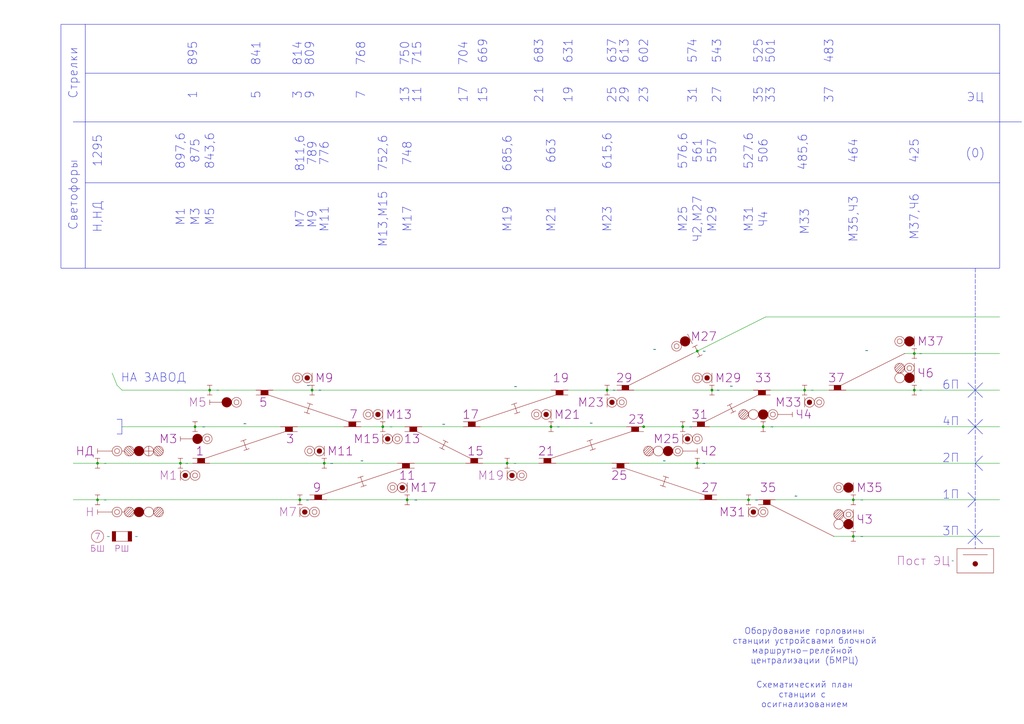
<source format=kicad_sch>
(kicad_sch (version 20250114) (generator "eeschema") (generator_version "9.0")
  (paper "A3")
  (title_block (company "АТ-451") (comment 1 "КП27.02.03.10.000 ГЧ") (comment 2 "Михайлов А.К.") (comment 3 "Ворона В.К."))
  (lib_symbols
    (symbol "SCB:Входной" (pin_numbers (hide yes)) (pin_names (offset 0) (hide yes)) (exclude_from_sim yes) (in_bom no) (on_board no)
      (property "Литера" "?" (at 1 0 0))
      (property "ДвухнитеваяК" "2" (at -17 3.5 0))
      (property "ДвухнитеваяЖ" "2" (at -25 3.5 0))
      (property "Двухнитевая2Ж" "2" (at -13 3.5 0))
      (property "ДвухнитеваяЗ" "2" (at -21 3.5 0))
      (property "ДвухнитеваяБ" "2" (at -8 3.5 0))
      (symbol "Входной_0_1"
        (circle (center -21 0) (radius 2))
        (polyline (pts (xy 0 0) (xy -6 0)))
        (polyline (pts (xy 0 -1) (xy 0 1)))
      )
      (symbol "Входной_1_1"
        (unit_name "Без заглушек")
        (polyline (pts (xy -25 2) (xy -27 0)))
        (circle (center -25 0) (radius 2))
        (polyline (pts (xy -24.1875 1.8125) (xy -26.8125 -0.8125)))
        (polyline (pts (xy -23.625 1.375) (xy -26.375 -1.375)))
        (polyline (pts (xy -23.1875 0.8125) (xy -25.8125 -1.8125)))
        (polyline (pts (xy -23 0) (xy -25 -2)))
        (circle (center -17 0) (radius 2) (fill (type outline)))
        (polyline (pts (xy -13 2) (xy -15 0)))
        (circle (center -13 0) (radius 2))
        (polyline (pts (xy -12.1875 1.8125) (xy -14.8125 -0.8125)))
        (polyline (pts (xy -11.625 1.375) (xy -14.375 -1.375)))
        (polyline (pts (xy -11.1875 0.8125) (xy -13.8125 -1.8125)))
        (polyline (pts (xy -11 0) (xy -13 -2)))
        (polyline (pts (xy -10 0) (xy -11 0)))
        (circle (center -8 0) (radius 1))
        (circle (center -8 0) (radius 2))
      )
      (symbol "Входной_2_1"
        (unit_name "Заглушка З")
        (polyline (pts (xy -25 2) (xy -27 0)))
        (circle (center -25 0) (radius 2))
        (polyline (pts (xy -24.1875 1.8125) (xy -26.8125 -0.8125)))
        (polyline (pts (xy -23.625 1.375) (xy -26.375 -1.375)))
        (polyline (pts (xy -23.1875 0.8125) (xy -25.8125 -1.8125)))
        (polyline (pts (xy -23 0) (xy -25 -2)))
        (polyline (pts (xy -21 2) (xy -21 -2)))
        (polyline (pts (xy -19 0) (xy -23 0)))
        (circle (center -17 0) (radius 2) (fill (type outline)))
        (polyline (pts (xy -13 2) (xy -15 0)))
        (circle (center -13 0) (radius 2))
        (polyline (pts (xy -12.1875 1.8125) (xy -14.8125 -0.8125)))
        (polyline (pts (xy -11.625 1.375) (xy -14.375 -1.375)))
        (polyline (pts (xy -11.1875 0.8125) (xy -13.8125 -1.8125)))
        (polyline (pts (xy -11 0) (xy -13 -2)))
        (polyline (pts (xy -10 0) (xy -11 0)))
        (circle (center -8 0) (radius 1))
        (circle (center -8 0) (radius 2))
      )
      (symbol "Входной_3_1"
        (unit_name "Заглушка ЗБ")
        (polyline (pts (xy -25 2) (xy -27 0)))
        (circle (center -25 0) (radius 2))
        (polyline (pts (xy -24.1875 1.8125) (xy -26.8125 -0.8125)))
        (polyline (pts (xy -23.625 1.375) (xy -26.375 -1.375)))
        (polyline (pts (xy -23.1875 0.8125) (xy -25.8125 -1.8125)))
        (polyline (pts (xy -23 0) (xy -25 -2)))
        (polyline (pts (xy -23 0) (xy -19 0)))
        (polyline (pts (xy -21 2) (xy -21 -2)))
        (circle (center -17 0) (radius 2) (fill (type outline)))
        (polyline (pts (xy -13 2) (xy -15 0)))
        (circle (center -13 0) (radius 2))
        (polyline (pts (xy -12.1875 1.8125) (xy -14.8125 -0.8125)))
        (polyline (pts (xy -11.625 1.375) (xy -14.375 -1.375)))
        (polyline (pts (xy -11.1875 0.8125) (xy -13.8125 -1.8125)))
        (polyline (pts (xy -11 0) (xy -13 -2)))
        (polyline (pts (xy -10 0) (xy -11 0)))
        (polyline (pts (xy -8 2) (xy -8 -2)))
        (circle (center -8 0) (radius 1))
        (circle (center -8 0) (radius 2))
        (polyline (pts (xy -6 0) (xy -10 0)))
      )
    )
    (symbol "SCB:Выходной" (pin_numbers (hide yes)) (pin_names (offset 0) (hide yes))
      (property "Литера" "?" (at 1 0 0))
      (property "ДвухнитеваяК" "2" (at -12 3.5 0))
      (property "ДвухнитеваяЖ" "2" (at -20 3.5 0))
      (property "ДвухнитеваяЗ" "2" (at -16 3.5 0))
      (property "ДвухнитеваяБ" "2" (at -8 3.5 0))
      (symbol "Выходной_0_1"
        (circle (center -16 0) (radius 2))
        (polyline (pts (xy 0 0) (xy -6 0)))
        (polyline (pts (xy 0 -1) (xy 0 1)))
      )
      (symbol "Выходной_1_1"
        (unit_name "Без заглушек")
        (polyline (pts (xy -20 2) (xy -22 0)))
        (circle (center -20 0) (radius 2))
        (polyline (pts (xy -19.1875 1.8125) (xy -21.8125 -0.8125)))
        (polyline (pts (xy -18.625 1.375) (xy -21.375 -1.375)))
        (polyline (pts (xy -18.1875 0.8125) (xy -20.8125 -1.8125)))
        (polyline (pts (xy -18 0) (xy -20 -2)))
        (circle (center -12 0) (radius 2) (fill (type outline)))
        (circle (center -8 0) (radius 1))
        (circle (center -8 0) (radius 2))
      )
    )
    (symbol "SCB:Выходной_к" (pin_numbers (hide yes)) (pin_names (offset 0) (hide yes))
      (property "Литера" "?" (at 1 0 0))
      (property "ДвухнитеваяК" "2" (at -2 -5.5 0))
      (property "ДвухнитеваяЖ" "2" (at -6 -5.5 0))
      (property "ДвухнитеваяЗ" "2" (at -6 5.5 0))
      (property "ДвухнитеваяБ" "2" (at -2 5.5 0))
      (symbol "Выходной_к_0_1"
        (circle (center -6 -2) (radius 2))
        (polyline (pts (xy 0 4) (xy 0 -4)))
      )
      (symbol "Выходной_к_1_1"
        (unit_name "Без заглушек")
        (polyline (pts (xy -6 4) (xy -8 2)))
        (circle (center -6 2) (radius 2))
        (polyline (pts (xy -5.1875 3.8125) (xy -7.8125 1.1875)))
        (polyline (pts (xy -4.625 3.375) (xy -7.375 0.625)))
        (polyline (pts (xy -4.1875 2.8125) (xy -6.8125 0.1875)))
        (polyline (pts (xy -4 2) (xy -6 0)))
        (circle (center -2 2) (radius 1))
        (circle (center -2 2) (radius 2))
        (circle (center -2 -2) (radius 2) (fill (type outline)))
      )
    )
    (symbol "SCB:Изостык" (pin_numbers (hide yes)) (pin_names (offset 0) (hide yes))
      (symbol "Изостык_0_1"
        (polyline (pts (xy -1 -2) (xy 1 -2)))
        (polyline (pts (xy 0 -2) (xy 0 2)))
        (polyline (pts (xy 1 2) (xy -1 2)))
      )
      (symbol "Изостык_1_1"
        (unit_name "Одиночный")
        (pin unspecified line (at 0 0 90) (length 0) (name "привязка") (number ""))
      )
      (symbol "Изостык_2_1"
        (unit_name "Со светофором")
        (polyline (pts (xy -5 0) (xy 5 0)))
        (pin unspecified line (at -5 0 0) (length 0) (name "привязка") (number ""))
        (pin unspecified line (at 5 0 180) (length 0) (name "") (number ""))
      )
    )
    (symbol "SCB:Маневровый" (pin_numbers (hide yes)) (pin_names (offset 0) (hide yes))
      (property "Литера" "?" (at 1 0 0))
      (symbol "Маневровый_0_1"
        (circle (center -11 0) (radius 1))
        (circle (center -11 0) (radius 2))
        (polyline (pts (xy 0 0) (xy -5 0)))
        (polyline (pts (xy 0 -1) (xy 0 1)))
      )
      (symbol "Маневровый_1_1"
        (unit_name "Красный")
        (circle (center -7 0) (radius 2) (fill (type outline)))
      )
      (symbol "Маневровый_2_1"
        (unit_name "Синий")
        (circle (center -7 0) (radius 1) (fill (type outline)))
        (circle (center -7 0) (radius 2))
      )
    )
    (symbol "SCB:Маневровый_к" (pin_numbers (hide yes)) (pin_names (offset 0) (hide yes))
      (property "Литера" "?" (at 1 0 0))
      (symbol "Маневровый_к_0_1"
        (circle (center -6 0) (radius 1))
        (circle (center -6 0) (radius 2))
        (polyline (pts (xy 0 -2) (xy 0 2)))
      )
      (symbol "Маневровый_к_1_1"
        (unit_name "Красный")
        (circle (center -2 0) (radius 2) (fill (type outline)))
      )
      (symbol "Маневровый_к_2_1"
        (unit_name "Синий")
        (circle (center -2 0) (radius 1) (fill (type outline)))
        (circle (center -2 0) (radius 2))
      )
    )
    (symbol "SCB:Пост_ЭЦ" (pin_numbers (hide yes)) (pin_names (offset 0) (hide yes))
      (property "Помещение" "Пост ЭЦ" (at 10 -5 0))
      (symbol "Пост_ЭЦ_0_1"
        (rectangle (start -7.5 0) (end 7.5 -10))
        (polyline (pts (xy -5 -2.5) (xy 5 -2.5)))
      )
      (symbol "Пост_ЭЦ_1_1"
        (circle (center 0 -6.25) (radius 1) (fill (type outline)))
      )
    )
    (symbol "SCB:Стрелка" (pin_numbers (hide yes)) (pin_names (offset 0) (hide yes))
      (property "Номер" "1" (at 6 7 0))
      (symbol "Стрелка_0_1"
        (polyline (pts (xy 0 2) (xy 5 2) (xy 31 15)))
        (pin unspecified line (at 0 0 0) (length 5) (name "~") (number "1"))
        (pin unspecified line (at 7 0 180) (length 2) (name "~") (number "3"))
        (pin unspecified line (at 31 15 180) (length 0) (name "") (number "2"))
      )
      (symbol "Стрелка_2_1"
        (unit_name "К. замок")
        (rectangle (start 0 6) (end 2 4))
        (polyline (pts (xy 2 0) (xy 2 4)))
      )
      (symbol "Стрелка_3_1"
        (unit_name "К. замки")
        (rectangle (start 0 6) (end 2 4))
        (rectangle (start 2 6) (end 4 4))
        (polyline (pts (xy 2 0) (xy 2 4)))
      )
      (symbol "Стрелка_4_1"
        (unit_name "Эл. замок")
        (polyline (pts (xy 2 6) (xy 2 0)))
        (circle (center 2 4) (radius 2))
      )
      (symbol "Стрелка_5_1"
        (unit_name "ЭЦ")
        (rectangle (start 2 2) (end 5 0) (stroke (width -0.0001)) (fill (type outline)))
      )
      (symbol "Стрелка_6_1"
        (unit_name "Изостык")
        (rectangle (start 2 2) (end 5 0) (stroke (width -0.0001)) (fill (type outline)))
        (polyline (pts (xy 19.25 11) (xy 17.25 10)))
        (polyline (pts (xy 19.75 7.5) (xy 18.25 10.5)))
        (polyline (pts (xy 20.75 8) (xy 18.75 7)))
      )
      (symbol "Стрелка_7_1"
        (unit_name "Негабарит")
        (rectangle (start 2 2) (end 5 0) (stroke (width -0.0001)) (fill (type outline)))
        (circle (center 19 9) (radius 3))
        (polyline (pts (xy 19.25 11) (xy 17.25 10)))
        (polyline (pts (xy 19.75 7.5) (xy 18.25 10.5)))
        (polyline (pts (xy 20.75 8) (xy 18.75 7)))
      )
    )
    (symbol "SCB:Стрелка_спаренная" (pin_numbers (hide yes)) (pin_names (offset 0) (hide yes))
      (property "Номер.стр.1" "1" (at 3 5 0))
      (property "Номер.стр.2" "3" (at 29 10 0))
      (symbol "Стрелка_спаренная_0_1"
        (polyline (pts (xy 0 2) (xy 5 2)))
        (polyline (pts (xy 5 2) (xy 27 13)))
        (polyline (pts (xy 16.25 9.5) (xy 14.25 8.5)))
        (polyline (pts (xy 16.75 6) (xy 15.25 9)))
        (polyline (pts (xy 17.75 6.5) (xy 15.75 5.5)))
        (polyline (pts (xy 27 13) (xy 32 13)))
        (pin unspecified line (at 0 0 0) (length 2) (name "~") (number "1"))
        (pin unspecified line (at 7 0 180) (length 2) (name "~") (number "1"))
        (pin unspecified line (at 25 15 0) (length 2) (name "~") (number "1"))
        (pin unspecified line (at 32 15 180) (length 2) (name "~") (number "1"))
      )
      (symbol "Стрелка_спаренная_1_1"
        (rectangle (start 2 2) (end 5 0) (fill (type outline)))
        (rectangle (start 27 15) (end 30 13) (fill (type outline)))
      )
    )
    (symbol "SCB:Стрелка_спаренная_15" (pin_numbers (hide yes)) (pin_names (offset 0) (hide yes))
      (property "Номер.стр.1" "1" (at 3 5 0))
      (property "Номер.стр.2" "3" (at 40 10 0))
      (symbol "Стрелка_спаренная_15_0_1"
        (polyline (pts (xy 0 2) (xy 5 2)))
        (polyline (pts (xy 5 2) (xy 38 13)))
        (polyline (pts (xy 22 9.75) (xy 19.75 9)))
        (polyline (pts (xy 22.125 5.625) (xy 20.875 9.375)))
        (polyline (pts (xy 23.25 6) (xy 21 5.25)))
        (polyline (pts (xy 38 13) (xy 43 13)))
        (pin unspecified line (at 0 0 0) (length 2) (name "~") (number "1"))
        (pin unspecified line (at 7 0 180) (length 2) (name "~") (number "1"))
        (pin unspecified line (at 36 15 0) (length 2) (name "~") (number "1"))
        (pin unspecified line (at 43 15 180) (length 2) (name "~") (number "1"))
      )
      (symbol "Стрелка_спаренная_15_1_1"
        (rectangle (start 2 2) (end 5 0) (fill (type outline)))
        (rectangle (start 38 15) (end 41 13) (fill (type outline)))
      )
    )
    (symbol "SCB:Шкаф_релейный"
      (property "Шкаф" "РШ" (at 0 5 0))
      (symbol "Шкаф_релейный_0_1"
        (rectangle (start -4 2) (end 4 -2))
      )
      (symbol "Шкаф_релейный_1_1"
        (unit_name "Наружной установки")
        (rectangle (start -4 2) (end -2.5 -2) (fill (type outline)))
        (rectangle (start 2.5 2) (end 4 -2) (fill (type outline)))
      )
      (symbol "Шкаф_релейный_2_1"
        (unit_name "С телефоном")
        (polyline (pts (xy -6 1.5) (xy -6 -1.5)))
        (rectangle (start -4 2) (end -2.5 -2) (fill (type outline)))
        (polyline (pts (xy -4 0) (xy -6 0)))
        (rectangle (start 2.5 2) (end 4 -2) (fill (type outline)))
      )
      (symbol "Шкаф_релейный_3_1"
        (unit_name "Туннельной установки")
        (polyline (pts (xy -4 -0.5) (xy -2.5 0.5)))
        (polyline (pts (xy -2.5 2) (xy -2.5 -2)))
        (polyline (pts (xy 2.5 2) (xy 2.5 -2)))
        (polyline (pts (xy 2.5 -0.5) (xy 4 0.5)))
      )
    )
    (symbol "SCB:Ящик_батарейный"
      (property "Элементы" "7" (at 0 0 0))
      (property "Шкаф" "БШ" (at 0 5 0))
      (symbol "Ящик_батарейный_0_1"
        (circle (center 0 0) (radius 2.5))
      )
      (symbol "Ящик_батарейный_1_1"
        (pin power_out line (at 0 -2.5 90) (length 0) (name "") (number ""))
      )
    )
    (symbol "Изостык_1" (pin_numbers (hide yes)) (pin_names (offset 0) (hide yes))
      (property "Value" "~" (at 2.86 0 0))
      (symbol "Изостык_1_0_1"
        (polyline (pts (xy 0 2.5) (xy -2 1.5)))
        (polyline (pts (xy 0 -2.5) (xy 2 -1.5)))
        (polyline (pts (xy 1 -2) (xy -1 2)))
      )
      (symbol "Изостык_1_1_1"
        (unit_name "Одиночный")
        (pin unspecified line (at 0 0 90) (length 0) (name "привязка") (number ""))
      )
      (symbol "Изостык_1_2_1"
        (unit_name "Со светофором")
        (polyline (pts (xy -5 0) (xy 5 0)))
        (pin unspecified line (at -5 0 0) (length 0) (name "привязка") (number ""))
        (pin unspecified line (at 5 0 180) (length 0) (name "") (number ""))
      )
    )
    (symbol "Маневровый_к_2" (pin_numbers (hide yes)) (pin_names (offset 0) (hide yes))
      (property "Литера" "М27" (at 0 2 0))
      (symbol "Маневровый_к_2_0_1"
        (circle (center -5.5 -2) (radius 1))
        (circle (center -5.5 -2) (radius 2))
        (polyline (pts (xy 1 -1) (xy -1 3)))
      )
      (symbol "Маневровый_к_2_1_1"
        (unit_name "Красный")
        (circle (center -2 0) (radius 2) (fill (type outline)))
      )
      (symbol "Маневровый_к_2_2_1"
        (unit_name "Синий")
        (circle (center -2 0) (radius 1) (fill (type outline)))
        (circle (center -2 0) (radius 2))
      )
    )
  )
  (rectangle (start 25 10) (end 410 110))
  (text "602" (at 264 21 90) (effects (font (size 3.5 3.5))))
  (text "М1" (at 74 89 90) (effects (font (size 3.5 3.5))))
  (text "527.6" (at 307 62 90) (effects (font (size 3.5 3.5))))
  (text "574" (at 284 21 90) (effects (font (size 3.5 3.5))))
  (text "М21" (at 226 90 90) (effects (font (size 3.5 3.5))))
  (text "501" (at 316 21 90) (effects (font (size 3.5 3.5))))
  (text "768" (at 148 22 90) (effects (font (size 3.5 3.5))))
  (text "27" (at 294 39 90) (effects (font (size 3.5 3.5))))
  (text "М23" (at 249 90 90) (effects (font (size 3.5 3.5))))
  (text "М3" (at 80 89 90) (effects (font (size 3.5 3.5))))
  (text "631" (at 233 21 90) (effects (font (size 3.5 3.5))))
  (text "2П" (at 390 188 0) (effects (font (size 3.5 3.5))))
  (text "13" (at 166 39 90) (effects (font (size 3.5 3.5))))
  (text "875" (at 80 62 90) (effects (font (size 3.5 3.5))))
  (text "ЭЦ" (at 400 40 0) (effects (font (size 3.5 3.5))))
  (text "895" (at 79 22 90) (effects (font (size 3.5 3.5))))
  (text "1295" (at 40 62 90) (effects (font (size 3.5 3.5))))
  (text "561" (at 286 62 90) (effects (font (size 3.5 3.5))))
  (text "21" (at 221 39 90) (effects (font (size 3.5 3.5))))
  (text "663" (at 226 62 90) (effects (font (size 3.5 3.5))))
  (text "Стрелки" (at 30 30 90) (effects (font (size 3.5 3.5))))
  (text "29" (at 256 39 90) (effects (font (size 3.5 3.5))))
  (text "525\n" (at 311 21 90) (effects (font (size 3.5 3.5))))
  (text "1" (at 79 39 90) (effects (font (size 3.5 3.5))))
  (text "715" (at 171 22 90) (effects (font (size 3.5 3.5))))
  (text "17" (at 190 39 90) (effects (font (size 3.5 3.5))))
  (text "685,6" (at 208 63 90) (effects (font (size 3.5 3.5))))
  (text "3" (at 122 39 90) (effects (font (size 3.5 3.5))))
  (text "811,6" (at 123 63 90) (effects (font (size 3.5 3.5))))
  (text "НА ЗАВОД" (at 63 155 0) (effects (font (size 3.5 3.5))))
  (text "Оборудование горловины\nстанции устройсвами блочной\nмаршрутно-релейной \nцентрализации (БМРЦ)" (at 330 265 0) (effects (font (size 2.5 2.5))))
  (text "483" (at 340 21 90) (effects (font (size 3.5 3.5))))
  (text "М33" (at 330 91 90) (effects (font (size 3.5 3.5))))
  (text "543" (at 294 21 90) (effects (font (size 3.5 3.5))))
  (text "669" (at 198 21 90) (effects (font (size 3.5 3.5))))
  (text "3П" (at 390 218 0) (effects (font (size 3.5 3.5))))
  (text "М31" (at 307 90 90) (effects (font (size 3.5 3.5))))
  (text "25" (at 251 39 90) (effects (font (size 3.5 3.5))))
  (text "7" (at 148 39 90) (effects (font (size 3.5 3.5))))
  (text "(0)" (at 400 63 0) (effects (font (size 3.5 3.5))))
  (text "11" (at 171 39 90) (effects (font (size 3.5 3.5))))
  (text "Н,НД" (at 40 89 90) (effects (font (size 3.5 3.5))))
  (text "Схематический план\nстанции с \nосигнализованием" (at 330 285 0) (effects (font (size 2.5 2.5))))
  (text "5" (at 105 39 90) (effects (font (size 3.5 3.5))))
  (text "19" (at 233 39 90) (effects (font (size 3.5 3.5))))
  (text "Ч2,М27" (at 286 90 90) (effects (font (size 3.5 3.5))))
  (text "557" (at 292 62 90) (effects (font (size 3.5 3.5))))
  (text "776" (at 133 63 90) (effects (font (size 3.5 3.5))))
  (text "809" (at 127 22 90) (effects (font (size 3.5 3.5))))
  (text "843,6" (at 86 62 90) (effects (font (size 3.5 3.5))))
  (text "789" (at 128 63 90) (effects (font (size 3.5 3.5))))
  (text "23" (at 264 39 90) (effects (font (size 3.5 3.5))))
  (text "М7" (at 123 90 90) (effects (font (size 3.5 3.5))))
  (text "37" (at 340 39 90) (effects (font (size 3.5 3.5))))
  (text "М25" (at 280 90 90) (effects (font (size 3.5 3.5))))
  (text "425" (at 375 62 90) (effects (font (size 3.5 3.5))))
  (text "35" (at 311 39 90) (effects (font (size 3.5 3.5))))
  (text "М37,Ч6" (at 375 89 90) (effects (font (size 3.5 3.5))))
  (text "33" (at 316 39 90) (effects (font (size 3.5 3.5))))
  (text "1П" (at 390 203 0) (effects (font (size 3.5 3.5))))
  (text "613" (at 256 21 90) (effects (font (size 3.5 3.5))))
  (text "М11" (at 133 90 90) (effects (font (size 3.5 3.5))))
  (text "М17" (at 167 90 90) (effects (font (size 3.5 3.5))))
  (text "637" (at 251 21 90) (effects (font (size 3.5 3.5))))
  (text "4П" (at 390 173 0) (effects (font (size 3.5 3.5))))
  (text "М35,Ч3" (at 350 90 90) (effects (font (size 3.5 3.5))))
  (text "485,6" (at 329.215 62.5 90) (effects (font (size 3.5 3.5))))
  (text "748" (at 167 63 90) (effects (font (size 3.5 3.5))))
  (text "704" (at 190 22 90) (effects (font (size 3.5 3.5))))
  (text "М5" (at 86 89 90) (effects (font (size 3.5 3.5))))
  (text "Светофоры" (at 30 80 90) (effects (font (size 3.5 3.5))))
  (text "752,6" (at 157 63 90) (effects (font (size 3.5 3.5))))
  (text "М29" (at 292 90 90) (effects (font (size 3.5 3.5))))
  (text "9" (at 127 39 90) (effects (font (size 3.5 3.5))))
  (text "Ч4" (at 313 90 90) (effects (font (size 3.5 3.5))))
  (text "750" (at 166 22 90) (effects (font (size 3.5 3.5))))
  (text "М13,М15" (at 157 90 90) (effects (font (size 3.5 3.5))))
  (text "М19" (at 208 90 90) (effects (font (size 3.5 3.5))))
  (text "814" (at 122 22 90) (effects (font (size 3.5 3.5))))
  (text "464" (at 350 62 90) (effects (font (size 3.5 3.5))))
  (text "683" (at 221 21 90) (effects (font (size 3.5 3.5))))
  (text "15" (at 198 39 90) (effects (font (size 3.5 3.5))))
  (text "6П" (at 390 158 0) (effects (font (size 3.5 3.5))))
  (text "31" (at 284 39 90) (effects (font (size 3.5 3.5))))
  (text "576,6" (at 280 62 90) (effects (font (size 3.5 3.5))))
  (text "897,6" (at 74 62 90) (effects (font (size 3.5 3.5))))
  (text "615,6" (at 249 62 90) (effects (font (size 3.5 3.5))))
  (text "841" (at 105 22 90) (effects (font (size 3.5 3.5))))
  (text "М9" (at 128 90 90) (effects (font (size 3.5 3.5))))
  (text "506" (at 313 62 90) (effects (font (size 3.5 3.5))))
  (junction (at 167 205))
  (junction (at 280 175))
  (junction (at 226 175))
  (junction (at 350 220))
  (junction (at 249 160))
  (junction (at 330 160))
  (junction (at 133 190))
  (junction (at 208 190))
  (junction (at 86 160))
  (junction (at 292 160))
  (junction (at 128 160))
  (junction (at 286 190))
  (junction (at 123 205))
  (junction (at 375 160))
  (junction (at 313 175))
  (junction (at 375 145))
  (junction (at 40 205))
  (junction (at 157 175))
  (junction (at 80 175))
  (junction (at 286 144))
  (junction (at 350 205))
  (junction (at 264 175))
  (junction (at 40 190))
  (junction (at 307 205))
  (junction (at 74 190))
  (wire (pts (xy 258 190) (xy 286 190)))
  (wire (pts (xy 112 160) (xy 128 160)))
  (wire (pts (xy 292 160) (xy 309 160)))
  (wire (pts (xy 318 205) (xy 350 205)))
  (wire (pts (xy 133 190) (xy 163 190)))
  (wire (pts (xy 286 190) (xy 410 190)))
  (wire (pts (xy 286 144) (xy 314 130)))
  (polyline (pts (xy 35 30) (xy 410 30)))
  (polyline (pts (xy 35 75) (xy 410 75)))
  (polyline (pts (xy 397 202) (xy 400 205)))
  (polyline (pts (xy 397 157) (xy 403 163)))
  (wire (pts (xy 284 145) (xy 286 144)))
  (wire (pts (xy 342 220) (xy 350 220)))
  (polyline (pts (xy 30 50) (xy 419 50)))
  (polyline (pts (xy 403 187) (xy 400 190)))
  (polyline (pts (xy 397 172) (xy 403 178)))
  (wire (pts (xy 264 175) (xy 280 175)))
  (wire (pts (xy 134 205) (xy 167 205)))
  (wire (pts (xy 307 205) (xy 311 205)))
  (polyline (pts (xy 397 223) (xy 403 217)))
  (wire (pts (xy 313 175) (xy 410 175)))
  (wire (pts (xy 50 160) (xy 48 158)))
  (wire (pts (xy 350 205) (xy 410 205)))
  (wire (pts (xy 233 160) (xy 249 160)))
  (wire (pts (xy 167 205) (xy 287 205)))
  (wire (pts (xy 228 190) (xy 251 190)))
  (wire (pts (xy 86 160) (xy 105 160)))
  (wire (pts (xy 197 175) (xy 226 175)))
  (polyline (pts (xy 48 172) (xy 50 172)))
  (wire (pts (xy 30 205) (xy 40 205)))
  (wire (pts (xy 30 190) (xy 40 190)))
  (wire (pts (xy 262 175) (xy 264 175)))
  (polyline (pts (xy 35 10) (xy 35 110)))
  (wire (pts (xy 40 190) (xy 74 190)))
  (polyline (pts (xy 397 163) (xy 403 157)))
  (wire (pts (xy 314 130) (xy 410 130)))
  (wire (pts (xy 316 160) (xy 330 160)))
  (wire (pts (xy 226 175) (xy 257 175)))
  (wire (pts (xy 50 175) (xy 80 175)))
  (wire (pts (xy 173 175) (xy 190 175)))
  (wire (pts (xy 50 160) (xy 86 160)))
  (polyline (pts (xy 403 193) (xy 400 190)))
  (wire (pts (xy 294 205) (xy 307 205)))
  (polyline (pts (xy 400 110) (xy 400 225)) (stroke (width 0) (type dash)))
  (wire (pts (xy 80 175) (xy 115 175)))
  (wire (pts (xy 350 220) (xy 410 220)))
  (wire (pts (xy 291 175) (xy 313 175)))
  (wire (pts (xy 347 160) (xy 375 160)))
  (polyline (pts (xy 397 208) (xy 400 205)))
  (polyline (pts (xy 48 178) (xy 50 178)))
  (wire (pts (xy 170 190) (xy 191 190)))
  (wire (pts (xy 375 160) (xy 410 160)))
  (wire (pts (xy 157 175) (xy 166 175)))
  (wire (pts (xy 123 205) (xy 127 205)))
  (wire (pts (xy 46 153) (xy 48 158)))
  (wire (pts (xy 128 160) (xy 226 160)))
  (wire (pts (xy 86 190) (xy 133 190)))
  (wire (pts (xy 74 190) (xy 79 190)))
  (wire (pts (xy 280 175) (xy 284 175)))
  (wire (pts (xy 148 175) (xy 157 175)))
  (wire (pts (xy 40 205) (xy 123 205)))
  (wire (pts (xy 249 160) (xy 253 160)))
  (wire (pts (xy 330 160) (xy 340 160)))
  (wire (pts (xy 375 145) (xy 410 145)))
  (polyline (pts (xy 397 178) (xy 403 172)))
  (wire (pts (xy 198 190) (xy 208 190)))
  (wire (pts (xy 122 175) (xy 141 175)))
  (wire (pts (xy 260 160) (xy 292 160)))
  (polyline (pts (xy 50 172) (xy 50 178)))
  (wire (pts (xy 371 145) (xy 375 145)))
  (wire (pts (xy 208 190) (xy 221 190)))
  (polyline (pts (xy 397 217) (xy 403 223)))
  (symbol (lib_id "SCB:Маневровый_к") (at 280 180 180) (unit 2)
    (property "Reference" "Маневровый13" (effects (hide yes)))
    (property "Литера" "М25" (at 279 180 0) (effects (font (size 3.5 3.5)) (justify left)))
  )
  (symbol (lib_id "SCB:Изостык") (at 330 160 0) (unit 1)
    (property "Reference" "Изостык19" (effects (hide yes)))
    (property "Value" "~" (at 332.39 160 0) (effects (font (size 1.8 1.8)) (justify left)))
  )
  (symbol (lib_id "SCB:Маневровый") (at 86 165 0) (mirror y) (unit 1)
    (property "Reference" "Маневровый3" (effects (hide yes)))
    (property "Литера" "М5" (at 85 165 0) (effects (font (size 3.5 3.5)) (justify left)))
  )
  (symbol (lib_id "SCB:Маневровый_к") (at 226 170 0) (unit 2)
    (property "Reference" "Маневровый11" (effects (hide yes)))
    (property "Литера" "М21" (at 227 170 0) (effects (font (size 3.5 3.5)) (justify left)))
  )
  (symbol (lib_id "SCB:Изостык") (at 208 190 0) (unit 1)
    (property "Reference" "Изостык11" (effects (hide yes)))
    (property "Value" "~" (at 210.47 190 0) (effects (font (size 1.8 1.8)) (justify left)))
  )
  (symbol (lib_id "SCB:Стрелка_спаренная") (at 284 175 0) (unit 1)
    (property "Reference" "Стрелка7" (effects (hide yes)))
    (property "Value" "~" (at 300 158.35 0) (effects (font (size 1.8 1.8))))
    (property "Номер.стр.1" "31" (at 287 170 0) (effects (font (size 3.5 3.5))))
    (property "Номер.стр.2" "33" (at 313 155 0) (effects (font (size 3.5 3.5))))
  )
  (symbol (lib_id "SCB:Маневровый_к") (at 157 180 0) (mirror y) (unit 2)
    (property "Reference" "Маневровый8" (effects (hide yes)))
    (property "Литера" "М15" (at 156 180 0) (effects (font (size 3.5 3.5)) (justify left)))
  )
  (symbol (lib_id "SCB:Изостык") (at 157 175 0) (unit 1)
    (property "Reference" "Изостык9" (effects (hide yes)))
    (property "Value" "~" (at 159.67 175 0) (effects (font (size 1.8 1.8)) (justify left)))
  )
  (symbol (lib_id "SCB:Маневровый_к") (at 167 200 0) (unit 2)
    (property "Reference" "Маневровый9" (effects (hide yes)))
    (property "Литера" "М17" (at 168 200 0) (effects (font (size 3.5 3.5)) (justify left)))
  )
  (symbol (lib_id "SCB:Маневровый_к") (at 128 155 0) (unit 2)
    (property "Reference" "Маневровый5" (effects (hide yes)))
    (property "Литера" "М9" (at 129 155 0) (effects (font (size 3.5 3.5)) (justify left)))
  )
  (symbol (lib_id "SCB:Маневровый") (at 74 180 0) (mirror y) (unit 1)
    (property "Reference" "Маневровый1" (effects (hide yes)))
    (property "Литера" "М3" (at 73 180 0) (effects (font (size 3.5 3.5)) (justify left)))
  )
  (symbol (lib_name "Изостык_1") (lib_id "SCB:Изостык") (at 286 144 0) (unit 1)
    (property "Reference" "Изостык20" (effects (hide yes)))
    (property "Value" "~" (at 288.86 144 0) (effects (font (size 1.8 1.8))))
  )
  (symbol (lib_id "SCB:Изостык") (at 226 175 0) (unit 1)
    (property "Reference" "Изостык12" (effects (hide yes)))
    (property "Value" "~" (at 228.25 175 0) (effects (font (size 1.8 1.8)) (justify left)))
  )
  (symbol (lib_id "SCB:Изостык") (at 350 220 0) (unit 1)
    (property "Reference" "Изостык22" (effects (hide yes)))
    (property "Value" "~" (at 352.71 220 0) (effects (font (size 1.8 1.8)) (justify left)))
  )
  (symbol (lib_id "SCB:Маневровый_к") (at 375 140 0) (unit 1)
    (property "Reference" "Маневровый5" (effects (hide yes)))
    (property "Литера" "М37" (at 376 140 0) (effects (font (size 3.5 3.5)) (justify left)))
  )
  (symbol (lib_id "SCB:Выходной") (at 286 185 0) (unit 1)
    (property "Reference" "Выходной1" (effects (hide yes)))
    (property "Литера" "Ч2" (at 287 185 0) (effects (font (size 3.5 3.5)) (justify left)))
    (property "ДвухнитеваяК" "2" (effects (hide yes)))
    (property "ДвухнитеваяЖ" "2" (effects (hide yes)))
    (property "ДвухнитеваяЗ" "2" (effects (hide yes)))
    (property "ДвухнитеваяБ" "2" (effects (hide yes)))
  )
  (symbol (lib_id "SCB:Изостык") (at 86 160 0) (unit 1)
    (property "Reference" "Изостык5" (effects (hide yes)))
    (property "Value" "~" (at 88.55 160 0) (effects (font (size 1.8 1.8)) (justify left)))
  )
  (symbol (lib_id "SCB:Шкаф_релейный") (at 50 220 0) (mirror x) (unit 1)
    (property "Reference" "РШ1" (effects (hide yes)))
    (property "Value" "~" (at 55.2 220 0) (effects (font (size 1.8 1.8)) (justify left)))
    (property "Шкаф" "РШ" (at 50 225 0) (effects (font (size 2.5 2.5))))
    (property "Ордината" "(720)" (effects (hide yes)))
    (property "Тип" "ШРУ-М" (effects (hide yes)))
  )
  (symbol (lib_id "SCB:Маневровый_к") (at 330 165 180) (unit 2)
    (property "Reference" "Маневровый16" (effects (hide yes)))
    (property "Литера" "М33" (at 329 165 0) (effects (font (size 3.5 3.5)) (justify left)))
  )
  (symbol (lib_id "SCB:Изостык") (at 280 175 0) (unit 1)
    (property "Reference" "Изостык14" (effects (hide yes)))
    (property "Value" "~" (at 282.59 175 0) (effects (font (size 1.8 1.8)) (justify left)))
  )
  (symbol (lib_id "SCB:Входной") (at 40 185 0) (mirror y) (unit 2)
    (property "Reference" "Входной1" (effects (hide yes)))
    (property "Литера" "НД" (at 39 185 0) (effects (font (size 3.5 3.5)) (justify left)))
    (property "ДвухнитеваяК" "2" (effects (hide yes)))
    (property "ДвухнитеваяЖ" "2" (effects (hide yes)))
    (property "Двухнитевая2Ж" "2" (effects (hide yes)))
    (property "ДвухнитеваяЗ" "2" (effects (hide yes)))
    (property "ДвухнитеваяБ" "2" (effects (hide yes)))
  )
  (symbol (lib_id "SCB:Стрелка_спаренная_15") (at 148 175 0) (mirror y) (unit 1)
    (property "Reference" "Стрелка3" (effects (hide yes)))
    (property "Value" "~" (at 126.5 158.03 0) (effects (font (size 1.8 1.8))))
    (property "Номер.стр.1" "7" (at 145 170 0) (effects (font (size 3.5 3.5))))
    (property "Номер.стр.2" "5" (at 108 165 0) (effects (font (size 3.5 3.5))))
  )
  (symbol (lib_id "SCB:Стрелка") (at 340 160 0) (unit 5)
    (property "Reference" "C3" (effects (hide yes)))
    (property "Value" "~" (at 355.5 143.74 0) (effects (font (size 1.8 1.8))))
    (property "Номер" "37" (at 343 155 0) (effects (font (size 3.5 3.5))))
  )
  (symbol (lib_id "SCB:Изостык") (at 313 175 0) (unit 1)
    (property "Reference" "Изостык18" (effects (hide yes)))
    (property "Value" "~" (at 315.88 175 0) (effects (font (size 1.8 1.8)) (justify left)))
  )
  (symbol (lib_id "SCB:Стрелка_спаренная_15") (at 127 205 0) (unit 1)
    (property "Reference" "Стрелка2" (effects (hide yes)))
    (property "Value" "~" (at 148.5 188.96 0) (effects (font (size 1.8 1.8))))
    (property "Номер.стр.1" "9" (at 130 200 0) (effects (font (size 3.5 3.5))))
    (property "Номер.стр.2" "11" (at 167 195 0) (effects (font (size 3.5 3.5))))
  )
  (symbol (lib_id "SCB:Изостык") (at 74 190 0) (unit 1)
    (property "Reference" "Изостык3" (effects (hide yes)))
    (property "Value" "~" (at 75.85 190 0) (effects (font (size 1.8 1.8)) (justify left)))
  )
  (symbol (lib_id "SCB:Стрелка_спаренная_15") (at 221 190 0) (unit 1)
    (property "Reference" "Стрелка6" (effects (hide yes)))
    (property "Value" "~" (at 242.5 173.5 0) (effects (font (size 1.8 1.8))))
    (property "Номер.стр.1" "21" (at 224 185 0) (effects (font (size 3.5 3.5))))
    (property "Номер.стр.2" "23" (at 261 172 0) (effects (font (size 3.5 3.5))))
  )
  (symbol (lib_id "SCB:Маневровый_к") (at 208 195 0) (mirror y) (unit 2)
    (property "Reference" "Маневровый10" (effects (hide yes)))
    (property "Литера" "М19" (at 207 195 0) (effects (font (size 3.5 3.5)) (justify left)))
  )
  (symbol (lib_id "SCB:Пост_ЭЦ") (at 400 225 0) (mirror y) (unit 1)
    (property "Reference" "ЭЦ1" (effects (hide yes)))
    (property "Value" "~" (at 391.34 230 0) (effects (justify left)))
    (property "Помещение" "Пост ЭЦ" (at 390 230 0) (effects (font (size 3.5 3.5)) (justify left)))
  )
  (symbol (lib_id "SCB:Изостык") (at 375 145 0) (unit 1)
    (property "Reference" "Изостык23" (effects (hide yes)))
    (property "Value" "~" (at 376.84 145 0) (effects (font (size 1.8 1.8)) (justify left)))
  )
  (symbol (lib_id "SCB:Изостык") (at 249 160 0) (unit 1)
    (property "Reference" "Изостык13" (effects (hide yes)))
    (property "Value" "~" (at 251.11 160 0) (effects (font (size 1.8 1.8)) (justify left)))
  )
  (symbol (lib_id "SCB:Выходной_к") (at 375 153 0) (unit 1)
    (property "Reference" "Выходной4" (effects (hide yes)))
    (property "Литера" "Ч6" (at 376 153 0) (effects (font (size 3.5 3.5)) (justify left)))
    (property "ДвухнитеваяК" "2" (effects (hide yes)))
    (property "ДвухнитеваяЖ" "2" (effects (hide yes)))
    (property "ДвухнитеваяЗ" "2" (effects (hide yes)))
    (property "ДвухнитеваяБ" "2" (effects (hide yes)))
  )
  (symbol (lib_id "SCB:Изостык") (at 133 190 0) (unit 1)
    (property "Reference" "Изостык8" (effects (hide yes)))
    (property "Value" "~" (at 135.27 190 0) (effects (font (size 1.8 1.8)) (justify left)))
  )
  (symbol (lib_id "SCB:Изостык") (at 167 205 0) (unit 1)
    (property "Reference" "Изостык10" (effects (hide yes)))
    (property "Value" "~" (at 169.83 205 0) (effects (font (size 1.8 1.8)) (justify left)))
  )
  (symbol (lib_id "SCB:Ящик_батарейный") (at 40 220 0) (mirror x) (unit 1)
    (property "Reference" "БШ1" (effects (hide yes)))
    (property "Value" "~" (at 43.69 220 0) (effects (font (size 1.8 1.8)) (justify left)))
    (property "Элементы" "7" (at 40 220 0) (effects (font (size 2.5 2.5))))
    (property "Шкаф" "БШ" (at 40 225 0) (effects (font (size 2.5 2.5))))
    (property "Ордината" "(720)" (effects (hide yes)))
    (property "Тип" "ШМБ-У" (effects (hide yes)))
  )
  (symbol (lib_name "Маневровый_к_2") (lib_id "SCB:Маневровый_к") (at 283 140 0) (unit 1)
    (property "Reference" "Маневровый2" (effects (hide yes)))
    (property "Литера" "М27" (at 283 138 0) (effects (font (size 3.5 3.5)) (justify left)))
  )
  (symbol (lib_id "SCB:Изостык") (at 350 205 0) (unit 1)
    (property "Reference" "Изостык21" (effects (hide yes)))
    (property "Value" "~" (at 352.71 205 0) (effects (font (size 1.8 1.8)) (justify left)))
  )
  (symbol (lib_id "SCB:Выходной") (at 325 170 0) (unit 1)
    (property "Reference" "Выходной2" (effects (hide yes)))
    (property "Литера" "Ч4" (at 326 170 0) (effects (font (size 3.5 3.5)) (justify left)))
    (property "ДвухнитеваяК" "2" (effects (hide yes)))
    (property "ДвухнитеваяЖ" "2" (effects (hide yes)))
    (property "ДвухнитеваяЗ" "2" (effects (hide yes)))
    (property "ДвухнитеваяБ" "2" (effects (hide yes)))
  )
  (symbol (lib_id "SCB:Маневровый_к") (at 123 210 180) (unit 2)
    (property "Reference" "Маневровый4" (effects (hide yes)))
    (property "Литера" "М7" (at 122 210 0) (effects (font (size 3.5 3.5)) (justify left)))
  )
  (symbol (lib_id "SCB:Изостык") (at 40 190 0) (unit 1)
    (property "Reference" "Изостык1" (effects (hide yes)))
    (property "Value" "~" (at 42.37 190 0) (effects (font (size 1.8 1.8)) (justify left)))
  )
  (symbol (lib_id "SCB:Маневровый_к") (at 74 195 0) (mirror y) (unit 2)
    (property "Reference" "Маневровый613" (effects (hide yes)))
    (property "Литера" "М1" (at 73 195 0) (effects (font (size 3.5 3.5)) (justify left)))
  )
  (symbol (lib_id "SCB:Изостык") (at 40 205 0) (unit 1)
    (property "Reference" "Изостык2" (effects (hide yes)))
    (property "Value" "~" (at 42.37 205 0) (effects (font (size 1.8 1.8)) (justify left)))
  )
  (symbol (lib_id "SCB:Маневровый_к") (at 350 200 0) (unit 1)
    (property "Reference" "Маневровый4" (effects (hide yes)))
    (property "Литера" "М35" (at 351 200 0) (effects (font (size 3.5 3.5)) (justify left)))
  )
  (symbol (lib_id "SCB:Стрелка_спаренная_15") (at 294 205 0) (mirror y) (unit 1)
    (property "Reference" "Стрелка8" (effects (hide yes)))
    (property "Value" "~" (at 272.5 188.96 0) (effects (font (size 1.8 1.8))))
    (property "Номер.стр.1" "27" (at 291 200 0) (effects (font (size 3.5 3.5))))
    (property "Номер.стр.2" "25" (at 254 195 0) (effects (font (size 3.5 3.5))))
  )
  (symbol (lib_id "SCB:Изостык") (at 375 160 0) (unit 1)
    (property "Reference" "Изостык24" (effects (hide yes)))
    (property "Value" "~" (at 376.84 160 0) (effects (font (size 1.8 1.8)) (justify left)))
  )
  (symbol (lib_id "SCB:Изостык") (at 80 175 0) (unit 1)
    (property "Reference" "Изостык4" (effects (hide yes)))
    (property "Value" "~" (at 82.74 175 0) (effects (font (size 1.8 1.8)) (justify left)))
  )
  (symbol (lib_id "SCB:Стрелка_спаренная_15") (at 190 175 0) (unit 1)
    (property "Reference" "Стрелка4" (effects (hide yes)))
    (property "Value" "~" (at 211.5 158.5 0) (effects (font (size 1.8 1.8))))
    (property "Номер.стр.1" "17" (at 193 170 0) (effects (font (size 3.5 3.5))))
    (property "Номер.стр.2" "19" (at 230 155 0) (effects (font (size 3.5 3.5))))
  )
  (symbol (lib_id "SCB:Стрелка_спаренная_15") (at 79 190 0) (unit 1)
    (property "Reference" "Стрелка1" (effects (hide yes)))
    (property "Value" "~" (at 100.5 173.72 0) (effects (font (size 1.8 1.8))))
    (property "Номер.стр.1" "1" (at 82 185 0) (effects (font (size 3.5 3.5))))
    (property "Номер.стр.2" "3" (at 119 180 0) (effects (font (size 3.5 3.5))))
  )
  (symbol (lib_id "SCB:Выходной_к") (at 350 213 0) (unit 1)
    (property "Reference" "Выходной3" (effects (hide yes)))
    (property "Литера" "Ч3" (at 351 213 0) (effects (font (size 3.5 3.5)) (justify left)))
    (property "ДвухнитеваяК" "2" (effects (hide yes)))
    (property "ДвухнитеваяЖ" "2" (effects (hide yes)))
    (property "ДвухнитеваяЗ" "2" (effects (hide yes)))
    (property "ДвухнитеваяБ" "2" (effects (hide yes)))
  )
  (symbol (lib_id "SCB:Стрелка") (at 311 205 0) (mirror x) (unit 5)
    (property "Reference" "C2" (effects (hide yes)))
    (property "Value" "~" (at 326.5 203.43 0) (effects (font (size 1.8 1.8))))
    (property "Номер" "35" (at 315 200 0) (effects (font (size 3.5 3.5))))
  )
  (symbol (lib_id "SCB:Стрелка") (at 253 160 0) (unit 5)
    (property "Reference" "C1" (effects (hide yes)))
    (property "Value" "~" (at 268.5 143.26 0) (effects (font (size 1.8 1.8))))
    (property "Номер" "29" (at 256 155 0) (effects (font (size 3.5 3.5))))
  )
  (symbol (lib_id "SCB:Изостык") (at 123 205 0) (unit 1)
    (property "Reference" "Изостык6" (effects (hide yes)))
    (property "Value" "~" (at 125.38 205 0) (effects (font (size 1.8 1.8)) (justify left)))
  )
  (symbol (lib_id "SCB:Изостык") (at 307 205 0) (unit 1)
    (property "Reference" "Изостык17" (effects (hide yes)))
    (property "Value" "~" (at 309.53 205 0) (effects (font (size 1.8 1.8)) (justify left)))
  )
  (symbol (lib_id "SCB:Маневровый_к") (at 292 155 0) (unit 2)
    (property "Reference" "Маневровый14" (effects (hide yes)))
    (property "Литера" "М29" (at 293 155 0) (effects (font (size 3.5 3.5)) (justify left)))
  )
  (symbol (lib_id "SCB:Маневровый_к") (at 133 185 0) (unit 2)
    (property "Reference" "Маневровый6" (effects (hide yes)))
    (property "Литера" "М11" (at 134 185 0) (effects (font (size 3.5 3.5)) (justify left)))
  )
  (symbol (lib_id "SCB:Стрелка_спаренная") (at 198 190 0) (mirror y) (unit 1)
    (property "Reference" "Стрелка5" (effects (hide yes)))
    (property "Value" "~" (at 182 173.96 0) (effects (font (size 1.8 1.8))))
    (property "Номер.стр.1" "15" (at 195 185 0) (effects (font (size 3.5 3.5))))
    (property "Номер.стр.2" "13" (at 169 180 0) (effects (font (size 3.5 3.5))))
  )
  (symbol (lib_id "SCB:Маневровый_к") (at 249 165 180) (unit 2)
    (property "Reference" "Маневровый12" (effects (hide yes)))
    (property "Литера" "М23" (at 248 165 0) (effects (font (size 3.5 3.5)) (justify left)))
  )
  (symbol (lib_id "SCB:Входной") (at 40 210 180) (unit 1)
    (property "Reference" "Входной2" (effects (hide yes)))
    (property "Литера" "Н" (at 39 210 0) (effects (font (size 3.5 3.5)) (justify left)))
    (property "ДвухнитеваяК" "2" (effects (hide yes)))
    (property "ДвухнитеваяЖ" "2" (effects (hide yes)))
    (property "Двухнитевая2Ж" "2" (effects (hide yes)))
    (property "ДвухнитеваяЗ" "2" (effects (hide yes)))
    (property "ДвухнитеваяБ" "2" (effects (hide yes)))
  )
  (symbol (lib_id "SCB:Маневровый_к") (at 307 210 180) (unit 2)
    (property "Reference" "Маневровый15" (effects (hide yes)))
    (property "Литера" "М31" (at 306 210 0) (effects (font (size 3.5 3.5)) (justify left)))
  )
  (symbol (lib_id "SCB:Маневровый_к") (at 157 170 0) (unit 2)
    (property "Reference" "Маневровый7" (effects (hide yes)))
    (property "Литера" "М13" (at 158 170 0) (effects (font (size 3.5 3.5)) (justify left)))
  )
  (symbol (lib_id "SCB:Изостык") (at 128 160 0) (unit 1)
    (property "Reference" "Изостык7" (effects (hide yes)))
    (property "Value" "~" (at 130.46 160 0) (effects (font (size 1.8 1.8)) (justify left)))
  )
  (symbol (lib_id "SCB:Изостык") (at 286 190 0) (unit 1)
    (property "Reference" "Изостык15" (effects (hide yes)))
    (property "Value" "~" (at 287.94 190 0) (effects (font (size 1.8 1.8)) (justify left)))
  )
  (symbol (lib_id "SCB:Изостык") (at 292 160 0) (unit 1)
    (property "Reference" "Изостык16" (effects (hide yes)))
    (property "Value" "~" (at 293.75 160 0) (effects (font (size 1.8 1.8)) (justify left)))
  )
)
</source>
